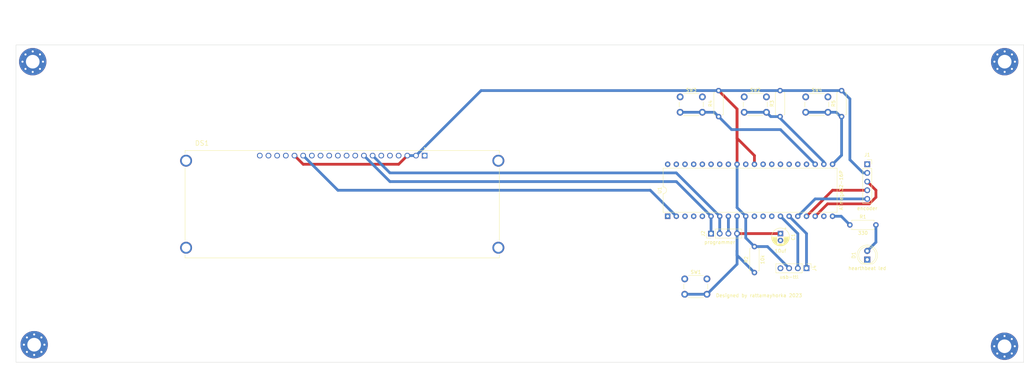
<source format=kicad_pcb>
(kicad_pcb (version 20221018) (generator pcbnew)
  (layers (0 "F.Cu" signal) (31 "B.Cu" signal) (34 "B.Paste" user) (35 "F.Paste" user) (36 "B.SilkS" user "B.Silkscreen") (37 "F.SilkS" user "F.Silkscreen") (38 "B.Mask" user) (39 "F.Mask" user) (44 "Edge.Cuts" user))
  (net 0 "")
  (net 2 "GND")
  (net 3 "Net-(D1-A)")
  (net 4 "+5V")
  (net 5 "Net-(J1-Pin_3)")
  (net 6 "Net-(J1-Pin_4)")
  (net 7 "Net-(J1-Pin_5)")
  (net 8 "Net-(J2-Pin_3)")
  (net 9 "Net-(J2-Pin_4)")
  (net 10 "Net-(J4-Pin_1)")
  (net 11 "Net-(J4-Pin_2)")
  (net 12 "Net-(U1-PD6)")
  (net 18 "Net-(U1-PC0)")
  (net 20 "Net-(U1-PC1)")
  (net 21 "Net-(U1-PD7)")
  (net 36 "Net-(DS1-DB0)")
  (net 37 "Net-(DS1-DB1)")
  (net 38 "Net-(DS1-~{CS})")
  (footprint "LED_THT:LED_D5.0mm" (layer "F.Cu") (at 264.16 121.92 90)
    (fp_text reference "D1" (at 1.27 -3.96 90) (layer "F.SilkS"))
    (fp_text value "hearthbeat led" (at -2.54 0 180) (layer "F.SilkS"))
    (fp_line (start -1.29 -1.545) (end -1.29 1.545) (stroke (width 0.12)) (layer "F.SilkS"))
    (fp_arc (start -1.29 -1.54483) (mid 2.072002 -2.880433) (end 4.26 0.000462) (stroke (width 0.12)) (layer "F.SilkS"))
    (fp_arc (start 4.26 -0.000462) (mid 2.072002 2.880433) (end -1.29 1.54483) (stroke (width 0.12)) (layer "F.SilkS"))
    (fp_circle (center 1.27 0) (end 3.77 0) (stroke (width 0.12)) (fill none) (layer "F.SilkS"))
    (pad "1" thru_hole rect (at 0 0 90) (size 1.8 1.8) (drill 0.9) (layers "*.Cu" "*.Mask") (net 2 "GND"))
    (pad "2" thru_hole circle (at 2.54 0 90) (size 1.8 1.8) (drill 0.9) (layers "*.Cu" "*.Mask") (net 3 "Net-(D1-A)"))
  )
  (footprint "Resistor_THT:R_Axial_DIN0207_L6.3mm_D2.5mm_P7.62mm_Horizontal" (layer "F.Cu") (at 256.65 80.01 90)
    (fp_text reference "R5" (at 3.81 -2.37 90) (layer "F.SilkS"))
    (fp_text value "330")
    (fp_line (start 0.54 -1.37) (end 7.08 -1.37) (stroke (width 0.12)) (layer "F.SilkS"))
    (fp_line (start 0.54 -1.04) (end 0.54 -1.37) (stroke (width 0.12)) (layer "F.SilkS"))
    (fp_line (start 0.54 1.04) (end 0.54 1.37) (stroke (width 0.12)) (layer "F.SilkS"))
    (fp_line (start 0.54 1.37) (end 7.08 1.37) (stroke (width 0.12)) (layer "F.SilkS"))
    (fp_line (start 7.08 -1.37) (end 7.08 -1.04) (stroke (width 0.12)) (layer "F.SilkS"))
    (fp_line (start 7.08 1.37) (end 7.08 1.04) (stroke (width 0.12)) (layer "F.SilkS"))
    (pad "1" thru_hole circle (at 0 0 90) (size 1.6 1.6) (drill 0.8) (layers "*.Cu" "*.Mask") (net 21 "Net-(U1-PD7)"))
    (pad "2" thru_hole oval (at 7.62 0 90) (size 1.6 1.6) (drill 0.8) (layers "*.Cu" "*.Mask") (net 4 "+5V"))
  )
  (footprint "MountingHole:MountingHole_4mm_Pad_Via" (layer "F.Cu") (at 19.90132 63.91868)
    (fp_text reference "REF**" hide)
    (fp_text value "MountingHole_4mm_Pad_Via")
    (pad "1" thru_hole circle (at -3 0) (size 0.9 0.9) (drill 0.6) (layers "*.Cu" "*.Mask"))
    (pad "1" thru_hole circle (at -2.12132 -2.12132) (size 0.9 0.9) (drill 0.6) (layers "*.Cu" "*.Mask"))
    (pad "1" thru_hole circle (at -2.12132 2.12132) (size 0.9 0.9) (drill 0.6) (layers "*.Cu" "*.Mask"))
    (pad "1" thru_hole circle (at 0 -3) (size 0.9 0.9) (drill 0.6) (layers "*.Cu" "*.Mask"))
    (pad "1" thru_hole circle (at 0 0) (size 8 8) (drill 4) (layers "*.Cu" "*.Mask"))
    (pad "1" thru_hole circle (at 0 3) (size 0.9 0.9) (drill 0.6) (layers "*.Cu" "*.Mask"))
    (pad "1" thru_hole circle (at 2.12132 -2.12132) (size 0.9 0.9) (drill 0.6) (layers "*.Cu" "*.Mask"))
    (pad "1" thru_hole circle (at 2.12132 2.12132) (size 0.9 0.9) (drill 0.6) (layers "*.Cu" "*.Mask"))
    (pad "1" thru_hole circle (at 3 0) (size 0.9 0.9) (drill 0.6) (layers "*.Cu" "*.Mask"))
  )
  (footprint "Button_Switch_THT:SW_PUSH_6mm" (layer "F.Cu") (at 228.15 74.24)
    (fp_text reference "SW2" (at 3.25 -2) (layer "F.SilkS"))
    (fp_text value "play/pause")
    (fp_line (start -0.25 1.5) (end -0.25 3) (stroke (width 0.12)) (layer "F.SilkS"))
    (fp_line (start 1 5.5) (end 5.5 5.5) (stroke (width 0.12)) (layer "F.SilkS"))
    (fp_line (start 5.5 -1) (end 1 -1) (stroke (width 0.12)) (layer "F.SilkS"))
    (fp_line (start 6.75 3) (end 6.75 1.5) (stroke (width 0.12)) (layer "F.SilkS"))
    (pad "1" thru_hole circle (at 0 0 90) (size 2 2) (drill 1.1) (layers "*.Cu" "*.Mask") (net 2 "GND"))
    (pad "1" thru_hole circle (at 6.5 0 90) (size 2 2) (drill 1.1) (layers "*.Cu" "*.Mask") (net 2 "GND"))
    (pad "2" thru_hole circle (at 0 4.5 90) (size 2 2) (drill 1.1) (layers "*.Cu" "*.Mask") (net 18 "Net-(U1-PC0)"))
    (pad "2" thru_hole circle (at 6.5 4.5 90) (size 2 2) (drill 1.1) (layers "*.Cu" "*.Mask") (net 18 "Net-(U1-PC0)"))
  )
  (footprint "Resistor_THT:R_Axial_DIN0207_L6.3mm_D2.5mm_P7.62mm_Horizontal" (layer "F.Cu") (at 259.08 111.76)
    (fp_text reference "R1" (at 3.81 -2.37) (layer "F.SilkS"))
    (fp_text value "330" (at 3.81 2.37) (layer "F.SilkS"))
    (fp_line (start 0.54 -1.37) (end 7.08 -1.37) (stroke (width 0.12)) (layer "F.SilkS"))
    (fp_line (start 0.54 -1.04) (end 0.54 -1.37) (stroke (width 0.12)) (layer "F.SilkS"))
    (fp_line (start 0.54 1.04) (end 0.54 1.37) (stroke (width 0.12)) (layer "F.SilkS"))
    (fp_line (start 0.54 1.37) (end 7.08 1.37) (stroke (width 0.12)) (layer "F.SilkS"))
    (fp_line (start 7.08 -1.37) (end 7.08 -1.04) (stroke (width 0.12)) (layer "F.SilkS"))
    (fp_line (start 7.08 1.37) (end 7.08 1.04) (stroke (width 0.12)) (layer "F.SilkS"))
    (pad "1" thru_hole circle (at 0 0) (size 1.6 1.6) (drill 0.8) (layers "*.Cu" "*.Mask") (net 12 "Net-(U1-PD6)"))
    (pad "2" thru_hole oval (at 7.62 0) (size 1.6 1.6) (drill 0.8) (layers "*.Cu" "*.Mask") (net 3 "Net-(D1-A)"))
  )
  (footprint "MountingHole:MountingHole_4mm_Pad_Via" (layer "F.Cu") (at 20.32 146.86)
    (fp_text reference "REF**" hide)
    (fp_text value "MountingHole_4mm_Pad_Via")
    (pad "1" thru_hole circle (at -3 0) (size 0.9 0.9) (drill 0.6) (layers "*.Cu" "*.Mask"))
    (pad "1" thru_hole circle (at -2.12132 -2.12132) (size 0.9 0.9) (drill 0.6) (layers "*.Cu" "*.Mask"))
    (pad "1" thru_hole circle (at -2.12132 2.12132) (size 0.9 0.9) (drill 0.6) (layers "*.Cu" "*.Mask"))
    (pad "1" thru_hole circle (at 0 -3) (size 0.9 0.9) (drill 0.6) (layers "*.Cu" "*.Mask"))
    (pad "1" thru_hole circle (at 0 0) (size 8 8) (drill 4) (layers "*.Cu" "*.Mask"))
    (pad "1" thru_hole circle (at 0 3) (size 0.9 0.9) (drill 0.6) (layers "*.Cu" "*.Mask"))
    (pad "1" thru_hole circle (at 2.12132 -2.12132) (size 0.9 0.9) (drill 0.6) (layers "*.Cu" "*.Mask"))
    (pad "1" thru_hole circle (at 2.12132 2.12132) (size 0.9 0.9) (drill 0.6) (layers "*.Cu" "*.Mask"))
    (pad "1" thru_hole circle (at 3 0) (size 0.9 0.9) (drill 0.6) (layers "*.Cu" "*.Mask"))
  )
  (footprint "Resistor_THT:R_Axial_DIN0207_L6.3mm_D2.5mm_P7.62mm_Horizontal" (layer "F.Cu") (at 220.65 80.01 90)
    (fp_text reference "R4" (at 3.81 -2.37 90) (layer "F.SilkS"))
    (fp_text value "330")
    (fp_line (start 0.54 -1.37) (end 7.08 -1.37) (stroke (width 0.12)) (layer "F.SilkS"))
    (fp_line (start 0.54 -1.04) (end 0.54 -1.37) (stroke (width 0.12)) (layer "F.SilkS"))
    (fp_line (start 0.54 1.04) (end 0.54 1.37) (stroke (width 0.12)) (layer "F.SilkS"))
    (fp_line (start 0.54 1.37) (end 7.08 1.37) (stroke (width 0.12)) (layer "F.SilkS"))
    (fp_line (start 7.08 -1.37) (end 7.08 -1.04) (stroke (width 0.12)) (layer "F.SilkS"))
    (fp_line (start 7.08 1.37) (end 7.08 1.04) (stroke (width 0.12)) (layer "F.SilkS"))
    (pad "1" thru_hole circle (at 0 0 90) (size 1.6 1.6) (drill 0.8) (layers "*.Cu" "*.Mask") (net 20 "Net-(U1-PC1)"))
    (pad "2" thru_hole oval (at 7.62 0 90) (size 1.6 1.6) (drill 0.8) (layers "*.Cu" "*.Mask") (net 4 "+5V"))
  )
  (footprint "Resistor_THT:R_Axial_DIN0207_L6.3mm_D2.5mm_P7.62mm_Horizontal" (layer "F.Cu") (at 238.65 80.01 90)
    (fp_text reference "R3" (at 3.81 -2.37 90) (layer "F.SilkS"))
    (fp_text value "330")
    (fp_line (start 0.54 -1.37) (end 7.08 -1.37) (stroke (width 0.12)) (layer "F.SilkS"))
    (fp_line (start 0.54 -1.04) (end 0.54 -1.37) (stroke (width 0.12)) (layer "F.SilkS"))
    (fp_line (start 0.54 1.04) (end 0.54 1.37) (stroke (width 0.12)) (layer "F.SilkS"))
    (fp_line (start 0.54 1.37) (end 7.08 1.37) (stroke (width 0.12)) (layer "F.SilkS"))
    (fp_line (start 7.08 -1.37) (end 7.08 -1.04) (stroke (width 0.12)) (layer "F.SilkS"))
    (fp_line (start 7.08 1.37) (end 7.08 1.04) (stroke (width 0.12)) (layer "F.SilkS"))
    (pad "1" thru_hole circle (at 0 0 90) (size 1.6 1.6) (drill 0.8) (layers "*.Cu" "*.Mask") (net 18 "Net-(U1-PC0)"))
    (pad "2" thru_hole oval (at 7.62 0 90) (size 1.6 1.6) (drill 0.8) (layers "*.Cu" "*.Mask") (net 4 "+5V"))
  )
  (footprint "Library:NHD-0420CW-AG3" (layer "F.Cu") (at 110.49 105.69)
    (fp_text reference "DS1" (at -41.055 -17.889) (layer "F.SilkS") (effects (font (size 1.4 1.4))))
    (fp_text value "NHD-0420CW-AG3")
    (fp_line (start -46 -15.75) (end 46 -15.75) (stroke (width 0.127)) (layer "F.SilkS"))
    (fp_line (start -46 -14.85) (end -46 -15.75) (stroke (width 0.127)) (layer "F.SilkS"))
    (fp_line (start -46 10.65) (end -46 -10.65) (stroke (width 0.127)) (layer "F.SilkS"))
    (fp_line (start -46 15.75) (end -46 14.85) (stroke (width 0.127)) (layer "F.SilkS"))
    (fp_line (start 46 -15.75) (end 46 -14.85) (stroke (width 0.127)) (layer "F.SilkS"))
    (fp_line (start 46 -10.65) (end 46 10.65) (stroke (width 0.127)) (layer "F.SilkS"))
    (fp_line (start 46 14.85) (end 46 15.75) (stroke (width 0.127)) (layer "F.SilkS"))
    (fp_line (start 46 15.75) (end -46 15.75) (stroke (width 0.127)) (layer "F.SilkS"))
    (fp_circle (center 24.13 -16.5) (end 24.23 -16.5) (stroke (width 0.2)) (fill none) (layer "F.SilkS"))
    (pad "1" thru_hole rect (at 24.13 -14.25) (size 1.65 1.65) (drill 1.1) (layers "*.Cu" "*.Mask") (net 2 "GND"))
    (pad "2" thru_hole circle (at 21.59 -14.25) (size 1.65 1.65) (drill 1.1) (layers "*.Cu" "*.Mask") (net 4 "+5V"))
    (pad "3" thru_hole circle (at 19.05 -14.25) (size 1.65 1.65) (drill 1.1) (layers "*.Cu" "*.Mask") (net 4 "+5V"))
    (pad "4" thru_hole circle (at 16.51 -14.25) (size 1.65 1.65) (drill 1.1) (layers "*.Cu" "*.Mask") (net 2 "GND"))
    (pad "5" thru_hole circle (at 13.97 -14.25) (size 1.65 1.65) (drill 1.1) (layers "*.Cu" "*.Mask") (net 2 "GND"))
    (pad "6" thru_hole circle (at 11.43 -14.25) (size 1.65 1.65) (drill 1.1) (layers "*.Cu" "*.Mask") (net 2 "GND"))
    (pad "7" thru_hole circle (at 8.89 -14.25) (size 1.65 1.65) (drill 1.1) (layers "*.Cu" "*.Mask") (net 36 "Net-(DS1-DB0)"))
    (pad "8" thru_hole circle (at 6.35 -14.25) (size 1.65 1.65) (drill 1.1) (layers "*.Cu" "*.Mask") (net 37 "Net-(DS1-DB1)"))
    (pad "9" thru_hole circle (at 3.81 -14.25) (size 1.65 1.65) (drill 1.1) (layers "*.Cu" "*.Mask") (net 2 "GND"))
    (pad "10" thru_hole circle (at 1.27 -14.25) (size 1.65 1.65) (drill 1.1) (layers "*.Cu" "*.Mask") (net 2 "GND"))
    (pad "11" thru_hole circle (at -1.27 -14.25) (size 1.65 1.65) (drill 1.1) (layers "*.Cu" "*.Mask") (net 2 "GND"))
    (pad "12" thru_hole circle (at -3.81 -14.25) (size 1.65 1.65) (drill 1.1) (layers "*.Cu" "*.Mask") (net 2 "GND"))
    (pad "13" thru_hole circle (at -6.35 -14.25) (size 1.65 1.65) (drill 1.1) (layers "*.Cu" "*.Mask") (net 2 "GND"))
    (pad "14" thru_hole circle (at -8.89 -14.25) (size 1.65 1.65) (drill 1.1) (layers "*.Cu" "*.Mask") (net 2 "GND"))
    (pad "15" thru_hole circle (at -11.43 -14.25) (size 1.65 1.65) (drill 1.1) (layers "*.Cu" "*.Mask") (net 38 "Net-(DS1-~{CS})"))
    (pad "16" thru_hole circle (at -13.97 -14.25) (size 1.65 1.65) (drill 1.1) (layers "*.Cu" "*.Mask") (net 4 "+5V"))
    (pad "17" thru_hole circle (at -16.51 -14.25) (size 1.65 1.65) (drill 1.1) (layers "*.Cu" "*.Mask") (net 2 "GND"))
    (pad "18" thru_hole circle (at -19.05 -14.25) (size 1.65 1.65) (drill 1.1) (layers "*.Cu" "*.Mask") (net 2 "GND"))
    (pad "19" thru_hole circle (at -21.59 -14.25) (size 1.65 1.65) (drill 1.1) (layers "*.Cu" "*.Mask") (net 2 "GND"))
    (pad "20" thru_hole circle (at -24.13 -14.25) (size 1.65 1.65) (drill 1.1) (layers "*.Cu" "*.Mask") (net 2 "GND"))
    (pad "P1" thru_hole circle (at -45.7 -12.75) (size 3.5 3.5) (drill 2.5) (layers "*.Cu" "*.Mask"))
    (pad "P2" thru_hole circle (at -45.7 12.75) (size 3.5 3.5) (drill 2.5) (layers "*.Cu" "*.Mask"))
    (pad "P3" thru_hole circle (at 45.7 -12.75) (size 3.5 3.5) (drill 2.5) (layers "*.Cu" "*.Mask"))
    (pad "P4" thru_hole circle (at 45.7 12.75) (size 3.5 3.5) (drill 2.5) (layers "*.Cu" "*.Mask"))
  )
  (footprint "MountingHole:MountingHole_4mm_Pad_Via" (layer "F.Cu") (at 304.38132 63.91868)
    (fp_text reference "REF**" hide)
    (fp_text value "MountingHole_4mm_Pad_Via")
    (pad "1" thru_hole circle (at -3 0) (size 0.9 0.9) (drill 0.6) (layers "*.Cu" "*.Mask"))
    (pad "1" thru_hole circle (at -2.12132 -2.12132) (size 0.9 0.9) (drill 0.6) (layers "*.Cu" "*.Mask"))
    (pad "1" thru_hole circle (at -2.12132 2.12132) (size 0.9 0.9) (drill 0.6) (layers "*.Cu" "*.Mask"))
    (pad "1" thru_hole circle (at 0 -3) (size 0.9 0.9) (drill 0.6) (layers "*.Cu" "*.Mask"))
    (pad "1" thru_hole circle (at 0 0) (size 8 8) (drill 4) (layers "*.Cu" "*.Mask"))
    (pad "1" thru_hole circle (at 0 3) (size 0.9 0.9) (drill 0.6) (layers "*.Cu" "*.Mask"))
    (pad "1" thru_hole circle (at 2.12132 -2.12132) (size 0.9 0.9) (drill 0.6) (layers "*.Cu" "*.Mask"))
    (pad "1" thru_hole circle (at 2.12132 2.12132) (size 0.9 0.9) (drill 0.6) (layers "*.Cu" "*.Mask"))
    (pad "1" thru_hole circle (at 3 0) (size 0.9 0.9) (drill 0.6) (layers "*.Cu" "*.Mask"))
  )
  (footprint "Connector_PinHeader_2.54mm:PinHeader_1x04_P2.54mm_Vertical" (layer "F.Cu") (at 246.38 124.46 -90)
    (fp_text reference "J4" (at 0 -2.33 -270) (layer "F.SilkS"))
    (fp_text value "usb-ttl" (at 2.54 5.08) (layer "F.SilkS"))
    (fp_line (start -1.33 -1.33) (end 0 -1.33) (stroke (width 0.12)) (layer "F.SilkS"))
    (fp_line (start -1.33 0) (end -1.33 -1.33) (stroke (width 0.12)) (layer "F.SilkS"))
    (fp_line (start -1.33 1.27) (end -1.33 8.95) (stroke (width 0.12)) (layer "F.SilkS"))
    (fp_line (start -1.33 1.27) (end 1.33 1.27) (stroke (width 0.12)) (layer "F.SilkS"))
    (fp_line (start -1.33 8.95) (end 1.33 8.95) (stroke (width 0.12)) (layer "F.SilkS"))
    (fp_line (start 1.33 1.27) (end 1.33 8.95) (stroke (width 0.12)) (layer "F.SilkS"))
    (pad "1" thru_hole rect (at 0 0 270) (size 1.7 1.7) (drill 1) (layers "*.Cu" "*.Mask") (net 10 "Net-(J4-Pin_1)"))
    (pad "2" thru_hole oval (at 0 2.54 270) (size 1.7 1.7) (drill 1) (layers "*.Cu" "*.Mask") (net 11 "Net-(J4-Pin_2)"))
    (pad "3" thru_hole oval (at 0 5.08 270) (size 1.7 1.7) (drill 1) (layers "*.Cu" "*.Mask") (net 4 "+5V"))
    (pad "4" thru_hole oval (at 0 7.62 270) (size 1.7 1.7) (drill 1) (layers "*.Cu" "*.Mask") (net 2 "GND"))
  )
  (footprint "Package_DIP:DIP-40_W15.24mm" (layer "F.Cu") (at 205.74 109.22 90)
    (fp_text reference "U1" (at 7.62 -2.33 90) (layer "F.SilkS"))
    (fp_text value "ATmega32-16P" (at 7.62 50.8 90) (layer "F.SilkS"))
    (fp_line (start 1.16 -1.33) (end 1.16 49.59) (stroke (width 0.12)) (layer "F.SilkS"))
    (fp_line (start 1.16 49.59) (end 14.08 49.59) (stroke (width 0.12)) (layer "F.SilkS"))
    (fp_line (start 6.62 -1.33) (end 1.16 -1.33) (stroke (width 0.12)) (layer "F.SilkS"))
    (fp_line (start 14.08 -1.33) (end 8.62 -1.33) (stroke (width 0.12)) (layer "F.SilkS"))
    (fp_line (start 14.08 49.59) (end 14.08 -1.33) (stroke (width 0.12)) (layer "F.SilkS"))
    (fp_arc (start 8.62 -1.33) (mid 7.62 -0.33) (end 6.62 -1.33) (stroke (width 0.12)) (layer "F.SilkS"))
    (pad "1" thru_hole rect (at 0 0 90) (size 1.6 1.6) (drill 0.8) (layers "*.Cu" "*.Mask"))
    (pad "2" thru_hole oval (at 0 2.54 90) (size 1.6 1.6) (drill 0.8) (layers "*.Cu" "*.Mask") (net 38 "Net-(DS1-~{CS})"))
    (pad "3" thru_hole oval (at 0 5.08 90) (size 1.6 1.6) (drill 0.8) (layers "*.Cu" "*.Mask"))
    (pad "4" thru_hole oval (at 0 7.62 90) (size 1.6 1.6) (drill 0.8) (layers "*.Cu" "*.Mask"))
    (pad "5" thru_hole oval (at 0 10.16 90) (size 1.6 1.6) (drill 0.8) (layers "*.Cu" "*.Mask"))
    (pad "6" thru_hole oval (at 0 12.7 90) (size 1.6 1.6) (drill 0.8) (layers "*.Cu" "*.Mask") (net 37 "Net-(DS1-DB1)"))
    (pad "7" thru_hole oval (at 0 15.24 90) (size 1.6 1.6) (drill 0.8) (layers "*.Cu" "*.Mask") (net 36 "Net-(DS1-DB0)"))
    (pad "8" thru_hole oval (at 0 17.78 90) (size 1.6 1.6) (drill 0.8) (layers "*.Cu" "*.Mask") (net 8 "Net-(J2-Pin_3)"))
    (pad "9" thru_hole oval (at 0 20.32 90) (size 1.6 1.6) (drill 0.8) (layers "*.Cu" "*.Mask") (net 9 "Net-(J2-Pin_4)"))
    (pad "10" thru_hole oval (at 0 22.86 90) (size 1.6 1.6) (drill 0.8) (layers "*.Cu" "*.Mask") (net 4 "+5V"))
    (pad "11" thru_hole oval (at 0 25.4 90) (size 1.6 1.6) (drill 0.8) (layers "*.Cu" "*.Mask") (net 2 "GND"))
    (pad "12" thru_hole oval (at 0 27.94 90) (size 1.6 1.6) (drill 0.8) (layers "*.Cu" "*.Mask"))
    (pad "13" thru_hole oval (at 0 30.48 90) (size 1.6 1.6) (drill 0.8) (layers "*.Cu" "*.Mask"))
    (pad "14" thru_hole oval (at 0 33.02 90) (size 1.6 1.6) (drill 0.8) (layers "*.Cu" "*.Mask") (net 11 "Net-(J4-Pin_2)"))
    (pad "15" thru_hole oval (at 0 35.56 90) (size 1.6 1.6) (drill 0.8) (layers "*.Cu" "*.Mask") (net 10 "Net-(J4-Pin_1)"))
    (pad "16" thru_hole oval (at 0 38.1 90) (size 1.6 1.6) (drill 0.8) (layers "*.Cu" "*.Mask") (net 7 "Net-(J1-Pin_5)"))
    (pad "17" thru_hole oval (at 0 40.64 90) (size 1.6 1.6) (drill 0.8) (layers "*.Cu" "*.Mask") (net 6 "Net-(J1-Pin_4)"))
    (pad "18" thru_hole oval (at 0 43.18 90) (size 1.6 1.6) (drill 0.8) (layers "*.Cu" "*.Mask") (net 5 "Net-(J1-Pin_3)"))
    (pad "19" thru_hole oval (at 0 45.72 90) (size 1.6 1.6) (drill 0.8) (layers "*.Cu" "*.Mask"))
    (pad "20" thru_hole oval (at 0 48.26 90) (size 1.6 1.6) (drill 0.8) (layers "*.Cu" "*.Mask") (net 12 "Net-(U1-PD6)"))
    (pad "21" thru_hole oval (at 15.24 48.26 90) (size 1.6 1.6) (drill 0.8) (layers "*.Cu" "*.Mask") (net 21 "Net-(U1-PD7)"))
    (pad "22" thru_hole oval (at 15.24 45.72 90) (size 1.6 1.6) (drill 0.8) (layers "*.Cu" "*.Mask") (net 18 "Net-(U1-PC0)"))
    (pad "23" thru_hole oval (at 15.24 43.18 90) (size 1.6 1.6) (drill 0.8) (layers "*.Cu" "*.Mask") (net 20 "Net-(U1-PC1)"))
    (pad "24" thru_hole oval (at 15.24 40.64 90) (size 1.6 1.6) (drill 0.8) (layers "*.Cu" "*.Mask"))
    (pad "25" thru_hole oval (at 15.24 38.1 90) (size 1.6 1.6) (drill 0.8) (layers "*.Cu" "*.Mask"))
    (pad "26" thru_hole oval (at 15.24 35.56 90) (size 1.6 1.6) (drill 0.8) (layers "*.Cu" "*.Mask"))
    (pad "27" thru_hole oval (at 15.24 33.02 90) (size 1.6 1.6) (drill 0.8) (layers "*.Cu" "*.Mask"))
    (pad "28" thru_hole oval (at 15.24 30.48 90) (size 1.6 1.6) (drill 0.8) (layers "*.Cu" "*.Mask"))
    (pad "29" thru_hole oval (at 15.24 27.94 90) (size 1.6 1.6) (drill 0.8) (layers "*.Cu" "*.Mask"))
    (pad "30" thru_hole oval (at 15.24 25.4 90) (size 1.6 1.6) (drill 0.8) (layers "*.Cu" "*.Mask") (net 4 "+5V"))
    (pad "31" thru_hole oval (at 15.24 22.86 90) (size 1.6 1.6) (drill 0.8) (layers "*.Cu" "*.Mask") (net 2 "GND"))
    (pad "32" thru_hole oval (at 15.24 20.32 90) (size 1.6 1.6) (drill 0.8) (layers "*.Cu" "*.Mask") (net 4 "+5V"))
    (pad "33" thru_hole oval (at 15.24 17.78 90) (size 1.6 1.6) (drill 0.8) (layers "*.Cu" "*.Mask"))
    (pad "34" thru_hole oval (at 15.24 15.24 90) (size 1.6 1.6) (drill 0.8) (layers "*.Cu" "*.Mask"))
    (pad "35" thru_hole oval (at 15.24 12.7 90) (size 1.6 1.6) (drill 0.8) (layers "*.Cu" "*.Mask"))
    (pad "36" thru_hole oval (at 15.24 10.16 90) (size 1.6 1.6) (drill 0.8) (layers "*.Cu" "*.Mask"))
    (pad "37" thru_hole oval (at 15.24 7.62 90) (size 1.6 1.6) (drill 0.8) (layers "*.Cu" "*.Mask"))
    (pad "38" thru_hole oval (at 15.24 5.08 90) (size 1.6 1.6) (drill 0.8) (layers "*.Cu" "*.Mask"))
    (pad "39" thru_hole oval (at 15.24 2.54 90) (size 1.6 1.6) (drill 0.8) (layers "*.Cu" "*.Mask"))
    (pad "40" thru_hole oval (at 15.24 0 90) (size 1.6 1.6) (drill 0.8) (layers "*.Cu" "*.Mask"))
  )
  (footprint "MountingHole:MountingHole_4mm_Pad_Via" (layer "F.Cu") (at 304.34 147.32)
    (fp_text reference "REF**" hide)
    (fp_text value "MountingHole_4mm_Pad_Via")
    (pad "1" thru_hole circle (at -3 0) (size 0.9 0.9) (drill 0.6) (layers "*.Cu" "*.Mask"))
    (pad "1" thru_hole circle (at -2.12132 -2.12132) (size 0.9 0.9) (drill 0.6) (layers "*.Cu" "*.Mask"))
    (pad "1" thru_hole circle (at -2.12132 2.12132) (size 0.9 0.9) (drill 0.6) (layers "*.Cu" "*.Mask"))
    (pad "1" thru_hole circle (at 0 -3) (size 0.9 0.9) (drill 0.6) (layers "*.Cu" "*.Mask"))
    (pad "1" thru_hole circle (at 0 0) (size 8 8) (drill 4) (layers "*.Cu" "*.Mask"))
    (pad "1" thru_hole circle (at 0 3) (size 0.9 0.9) (drill 0.6) (layers "*.Cu" "*.Mask"))
    (pad "1" thru_hole circle (at 2.12132 -2.12132) (size 0.9 0.9) (drill 0.6) (layers "*.Cu" "*.Mask"))
    (pad "1" thru_hole circle (at 2.12132 2.12132) (size 0.9 0.9) (drill 0.6) (layers "*.Cu" "*.Mask"))
    (pad "1" thru_hole circle (at 3 0) (size 0.9 0.9) (drill 0.6) (layers "*.Cu" "*.Mask"))
  )
  (footprint "Connector_PinHeader_2.54mm:PinHeader_1x04_P2.54mm_Vertical" (layer "F.Cu") (at 218.44 114.3 90)
    (fp_text reference "J2" (at 0 -2.33 90) (layer "F.SilkS"))
    (fp_text value "programmer" (at -2.54 2.54 180) (layer "F.SilkS"))
    (fp_line (start -1.33 -1.33) (end 0 -1.33) (stroke (width 0.12)) (layer "F.SilkS"))
    (fp_line (start -1.33 0) (end -1.33 -1.33) (stroke (width 0.12)) (layer "F.SilkS"))
    (fp_line (start -1.33 1.27) (end -1.33 8.95) (stroke (width 0.12)) (layer "F.SilkS"))
    (fp_line (start -1.33 1.27) (end 1.33 1.27) (stroke (width 0.12)) (layer "F.SilkS"))
    (fp_line (start -1.33 8.95) (end 1.33 8.95) (stroke (width 0.12)) (layer "F.SilkS"))
    (fp_line (start 1.33 1.27) (end 1.33 8.95) (stroke (width 0.12)) (layer "F.SilkS"))
    (pad "1" thru_hole rect (at 0 0 90) (size 1.7 1.7) (drill 1) (layers "*.Cu" "*.Mask") (net 37 "Net-(DS1-DB1)"))
    (pad "2" thru_hole oval (at 0 2.54 90) (size 1.7 1.7) (drill 1) (layers "*.Cu" "*.Mask") (net 36 "Net-(DS1-DB0)"))
    (pad "3" thru_hole oval (at 0 5.08 90) (size 1.7 1.7) (drill 1) (layers "*.Cu" "*.Mask") (net 8 "Net-(J2-Pin_3)"))
    (pad "4" thru_hole oval (at 0 7.62 90) (size 1.7 1.7) (drill 1) (layers "*.Cu" "*.Mask") (net 9 "Net-(J2-Pin_4)"))
  )
  (footprint "Button_Switch_THT:SW_PUSH_6mm" (layer "F.Cu") (at 210.74 127.58)
    (fp_text reference "SW1" (at 3.25 -2) (layer "F.SilkS"))
    (fp_text value "reset")
    (fp_line (start -0.25 1.5) (end -0.25 3) (stroke (width 0.12)) (layer "F.SilkS"))
    (fp_line (start 1 5.5) (end 5.5 5.5) (stroke (width 0.12)) (layer "F.SilkS"))
    (fp_line (start 5.5 -1) (end 1 -1) (stroke (width 0.12)) (layer "F.SilkS"))
    (fp_line (start 6.75 3) (end 6.75 1.5) (stroke (width 0.12)) (layer "F.SilkS"))
    (pad "1" thru_hole circle (at 0 0 90) (size 2 2) (drill 1.1) (layers "*.Cu" "*.Mask") (net 2 "GND"))
    (pad "1" thru_hole circle (at 6.5 0 90) (size 2 2) (drill 1.1) (layers "*.Cu" "*.Mask") (net 2 "GND"))
    (pad "2" thru_hole circle (at 0 4.5 90) (size 2 2) (drill 1.1) (layers "*.Cu" "*.Mask") (net 9 "Net-(J2-Pin_4)"))
    (pad "2" thru_hole circle (at 6.5 4.5 90) (size 2 2) (drill 1.1) (layers "*.Cu" "*.Mask") (net 9 "Net-(J2-Pin_4)"))
  )
  (footprint "Capacitor_THT:CP_Radial_D5.0mm_P2.00mm" (layer "F.Cu") (at 238.76 114.3 -90)
    (fp_text reference "C1" (at 1 -3.75 -270) (layer "F.SilkS"))
    (fp_text value "10uf" (at 5.08 0) (layer "F.SilkS"))
    (fp_line (start -1.804775 -1.475) (end -1.304775 -1.475) (stroke (width 0.12)) (layer "F.SilkS"))
    (fp_line (start -1.554775 -1.725) (end -1.554775 -1.225) (stroke (width 0.12)) (layer "F.SilkS"))
    (fp_line (start 1 -2.58) (end 1 -1.04) (stroke (width 0.12)) (layer "F.SilkS"))
    (fp_line (start 1 1.04) (end 1 2.58) (stroke (width 0.12)) (layer "F.SilkS"))
    (fp_line (start 1.04 -2.58) (end 1.04 -1.04) (stroke (width 0.12)) (layer "F.SilkS"))
    (fp_line (start 1.04 1.04) (end 1.04 2.58) (stroke (width 0.12)) (layer "F.SilkS"))
    (fp_line (start 1.08 -2.579) (end 1.08 -1.04) (stroke (width 0.12)) (layer "F.SilkS"))
    (fp_line (start 1.08 1.04) (end 1.08 2.579) (stroke (width 0.12)) (layer "F.SilkS"))
    (fp_line (start 1.12 -2.578) (end 1.12 -1.04) (stroke (width 0.12)) (layer "F.SilkS"))
    (fp_line (start 1.12 1.04) (end 1.12 2.578) (stroke (width 0.12)) (layer "F.SilkS"))
    (fp_line (start 1.16 -2.576) (end 1.16 -1.04) (stroke (width 0.12)) (layer "F.SilkS"))
    (fp_line (start 1.16 1.04) (end 1.16 2.576) (stroke (width 0.12)) (layer "F.SilkS"))
    (fp_line (start 1.2 -2.573) (end 1.2 -1.04) (stroke (width 0.12)) (layer "F.SilkS"))
    (fp_line (start 1.2 1.04) (end 1.2 2.573) (stroke (width 0.12)) (layer "F.SilkS"))
    (fp_line (start 1.24 -2.569) (end 1.24 -1.04) (stroke (width 0.12)) (layer "F.SilkS"))
    (fp_line (start 1.24 1.04) (end 1.24 2.569) (stroke (width 0.12)) (layer "F.SilkS"))
    (fp_line (start 1.28 -2.565) (end 1.28 -1.04) (stroke (width 0.12)) (layer "F.SilkS"))
    (fp_line (start 1.28 1.04) (end 1.28 2.565) (stroke (width 0.12)) (layer "F.SilkS"))
    (fp_line (start 1.32 -2.561) (end 1.32 -1.04) (stroke (width 0.12)) (layer "F.SilkS"))
    (fp_line (start 1.32 1.04) (end 1.32 2.561) (stroke (width 0.12)) (layer "F.SilkS"))
    (fp_line (start 1.36 -2.556) (end 1.36 -1.04) (stroke (width 0.12)) (layer "F.SilkS"))
    (fp_line (start 1.36 1.04) (end 1.36 2.556) (stroke (width 0.12)) (layer "F.SilkS"))
    (fp_line (start 1.4 -2.55) (end 1.4 -1.04) (stroke (width 0.12)) (layer "F.SilkS"))
    (fp_line (start 1.4 1.04) (end 1.4 2.55) (stroke (width 0.12)) (layer "F.SilkS"))
    (fp_line (start 1.44 -2.543) (end 1.44 -1.04) (stroke (width 0.12)) (layer "F.SilkS"))
    (fp_line (start 1.44 1.04) (end 1.44 2.543) (stroke (width 0.12)) (layer "F.SilkS"))
    (fp_line (start 1.48 -2.536) (end 1.48 -1.04) (stroke (width 0.12)) (layer "F.SilkS"))
    (fp_line (start 1.48 1.04) (end 1.48 2.536) (stroke (width 0.12)) (layer "F.SilkS"))
    (fp_line (start 1.52 -2.528) (end 1.52 -1.04) (stroke (width 0.12)) (layer "F.SilkS"))
    (fp_line (start 1.52 1.04) (end 1.52 2.528) (stroke (width 0.12)) (layer "F.SilkS"))
    (fp_line (start 1.56 -2.52) (end 1.56 -1.04) (stroke (width 0.12)) (layer "F.SilkS"))
    (fp_line (start 1.56 1.04) (end 1.56 2.52) (stroke (width 0.12)) (layer "F.SilkS"))
    (fp_line (start 1.6 -2.511) (end 1.6 -1.04) (stroke (width 0.12)) (layer "F.SilkS"))
    (fp_line (start 1.6 1.04) (end 1.6 2.511) (stroke (width 0.12)) (layer "F.SilkS"))
    (fp_line (start 1.64 -2.501) (end 1.64 -1.04) (stroke (width 0.12)) (layer "F.SilkS"))
    (fp_line (start 1.64 1.04) (end 1.64 2.501) (stroke (width 0.12)) (layer "F.SilkS"))
    (fp_line (start 1.68 -2.491) (end 1.68 -1.04) (stroke (width 0.12)) (layer "F.SilkS"))
    (fp_line (start 1.68 1.04) (end 1.68 2.491) (stroke (width 0.12)) (layer "F.SilkS"))
    (fp_line (start 1.721 -2.48) (end 1.721 -1.04) (stroke (width 0.12)) (layer "F.SilkS"))
    (fp_line (start 1.721 1.04) (end 1.721 2.48) (stroke (width 0.12)) (layer "F.SilkS"))
    (fp_line (start 1.761 -2.468) (end 1.761 -1.04) (stroke (width 0.12)) (layer "F.SilkS"))
    (fp_line (start 1.761 1.04) (end 1.761 2.468) (stroke (width 0.12)) (layer "F.SilkS"))
    (fp_line (start 1.801 -2.455) (end 1.801 -1.04) (stroke (width 0.12)) (layer "F.SilkS"))
    (fp_line (start 1.801 1.04) (end 1.801 2.455) (stroke (width 0.12)) (layer "F.SilkS"))
    (fp_line (start 1.841 -2.442) (end 1.841 -1.04) (stroke (width 0.12)) (layer "F.SilkS"))
    (fp_line (start 1.841 1.04) (end 1.841 2.442) (stroke (width 0.12)) (layer "F.SilkS"))
    (fp_line (start 1.881 -2.428) (end 1.881 -1.04) (stroke (width 0.12)) (layer "F.SilkS"))
    (fp_line (start 1.881 1.04) (end 1.881 2.428) (stroke (width 0.12)) (layer "F.SilkS"))
    (fp_line (start 1.921 -2.414) (end 1.921 -1.04) (stroke (width 0.12)) (layer "F.SilkS"))
    (fp_line (start 1.921 1.04) (end 1.921 2.414) (stroke (width 0.12)) (layer "F.SilkS"))
    (fp_line (start 1.961 -2.398) (end 1.961 -1.04) (stroke (width 0.12)) (layer "F.SilkS"))
    (fp_line (start 1.961 1.04) (end 1.961 2.398) (stroke (width 0.12)) (layer "F.SilkS"))
    (fp_line (start 2.001 -2.382) (end 2.001 -1.04) (stroke (width 0.12)) (layer "F.SilkS"))
    (fp_line (start 2.001 1.04) (end 2.001 2.382) (stroke (width 0.12)) (layer "F.SilkS"))
    (fp_line (start 2.041 -2.365) (end 2.041 -1.04) (stroke (width 0.12)) (layer "F.SilkS"))
    (fp_line (start 2.041 1.04) (end 2.041 2.365) (stroke (width 0.12)) (layer "F.SilkS"))
    (fp_line (start 2.081 -2.348) (end 2.081 -1.04) (stroke (width 0.12)) (layer "F.SilkS"))
    (fp_line (start 2.081 1.04) (end 2.081 2.348) (stroke (width 0.12)) (layer "F.SilkS"))
    (fp_line (start 2.121 -2.329) (end 2.121 -1.04) (stroke (width 0.12)) (layer "F.SilkS"))
    (fp_line (start 2.121 1.04) (end 2.121 2.329) (stroke (width 0.12)) (layer "F.SilkS"))
    (fp_line (start 2.161 -2.31) (end 2.161 -1.04) (stroke (width 0.12)) (layer "F.SilkS"))
    (fp_line (start 2.161 1.04) (end 2.161 2.31) (stroke (width 0.12)) (layer "F.SilkS"))
    (fp_line (start 2.201 -2.29) (end 2.201 -1.04) (stroke (width 0.12)) (layer "F.SilkS"))
    (fp_line (start 2.201 1.04) (end 2.201 2.29) (stroke (width 0.12)) (layer "F.SilkS"))
    (fp_line (start 2.241 -2.268) (end 2.241 -1.04) (stroke (width 0.12)) (layer "F.SilkS"))
    (fp_line (start 2.241 1.04) (end 2.241 2.268) (stroke (width 0.12)) (layer "F.SilkS"))
    (fp_line (start 2.281 -2.247) (end 2.281 -1.04) (stroke (width 0.12)) (layer "F.SilkS"))
    (fp_line (start 2.281 1.04) (end 2.281 2.247) (stroke (width 0.12)) (layer "F.SilkS"))
    (fp_line (start 2.321 -2.224) (end 2.321 -1.04) (stroke (width 0.12)) (layer "F.SilkS"))
    (fp_line (start 2.321 1.04) (end 2.321 2.224) (stroke (width 0.12)) (layer "F.SilkS"))
    (fp_line (start 2.361 -2.2) (end 2.361 -1.04) (stroke (width 0.12)) (layer "F.SilkS"))
    (fp_line (start 2.361 1.04) (end 2.361 2.2) (stroke (width 0.12)) (layer "F.SilkS"))
    (fp_line (start 2.401 -2.175) (end 2.401 -1.04) (stroke (width 0.12)) (layer "F.SilkS"))
    (fp_line (start 2.401 1.04) (end 2.401 2.175) (stroke (width 0.12)) (layer "F.SilkS"))
    (fp_line (start 2.441 -2.149) (end 2.441 -1.04) (stroke (width 0.12)) (layer "F.SilkS"))
    (fp_line (start 2.441 1.04) (end 2.441 2.149) (stroke (width 0.12)) (layer "F.SilkS"))
    (fp_line (start 2.481 -2.122) (end 2.481 -1.04) (stroke (width 0.12)) (layer "F.SilkS"))
    (fp_line (start 2.481 1.04) (end 2.481 2.122) (stroke (width 0.12)) (layer "F.SilkS"))
    (fp_line (start 2.521 -2.095) (end 2.521 -1.04) (stroke (width 0.12)) (layer "F.SilkS"))
    (fp_line (start 2.521 1.04) (end 2.521 2.095) (stroke (width 0.12)) (layer "F.SilkS"))
    (fp_line (start 2.561 -2.065) (end 2.561 -1.04) (stroke (width 0.12)) (layer "F.SilkS"))
    (fp_line (start 2.561 1.04) (end 2.561 2.065) (stroke (width 0.12)) (layer "F.SilkS"))
    (fp_line (start 2.601 -2.035) (end 2.601 -1.04) (stroke (width 0.12)) (layer "F.SilkS"))
    (fp_line (start 2.601 1.04) (end 2.601 2.035) (stroke (width 0.12)) (layer "F.SilkS"))
    (fp_line (start 2.641 -2.004) (end 2.641 -1.04) (stroke (width 0.12)) (layer "F.SilkS"))
    (fp_line (start 2.641 1.04) (end 2.641 2.004) (stroke (width 0.12)) (layer "F.SilkS"))
    (fp_line (start 2.681 -1.971) (end 2.681 -1.04) (stroke (width 0.12)) (layer "F.SilkS"))
    (fp_line (start 2.681 1.04) (end 2.681 1.971) (stroke (width 0.12)) (layer "F.SilkS"))
    (fp_line (start 2.721 -1.937) (end 2.721 -1.04) (stroke (width 0.12)) (layer "F.SilkS"))
    (fp_line (start 2.721 1.04) (end 2.721 1.937) (stroke (width 0.12)) (layer "F.SilkS"))
    (fp_line (start 2.761 -1.901) (end 2.761 -1.04) (stroke (width 0.12)) (layer "F.SilkS"))
    (fp_line (start 2.761 1.04) (end 2.761 1.901) (stroke (width 0.12)) (layer "F.SilkS"))
    (fp_line (start 2.801 -1.864) (end 2.801 -1.04) (stroke (width 0.12)) (layer "F.SilkS"))
    (fp_line (start 2.801 1.04) (end 2.801 1.864) (stroke (width 0.12)) (layer "F.SilkS"))
    (fp_line (start 2.841 -1.826) (end 2.841 -1.04) (stroke (width 0.12)) (layer "F.SilkS"))
    (fp_line (start 2.841 1.04) (end 2.841 1.826) (stroke (width 0.12)) (layer "F.SilkS"))
    (fp_line (start 2.881 -1.785) (end 2.881 -1.04) (stroke (width 0.12)) (layer "F.SilkS"))
    (fp_line (start 2.881 1.04) (end 2.881 1.785) (stroke (width 0.12)) (layer "F.SilkS"))
    (fp_line (start 2.921 -1.743) (end 2.921 -1.04) (stroke (width 0.12)) (layer "F.SilkS"))
    (fp_line (start 2.921 1.04) (end 2.921 1.743) (stroke (width 0.12)) (layer "F.SilkS"))
    (fp_line (start 2.961 -1.699) (end 2.961 -1.04) (stroke (width 0.12)) (layer "F.SilkS"))
    (fp_line (start 2.961 1.04) (end 2.961 1.699) (stroke (width 0.12)) (layer "F.SilkS"))
    (fp_line (start 3.001 -1.653) (end 3.001 -1.04) (stroke (width 0.12)) (layer "F.SilkS"))
    (fp_line (start 3.001 1.04) (end 3.001 1.653) (stroke (width 0.12)) (layer "F.SilkS"))
    (fp_line (start 3.041 -1.605) (end 3.041 1.605) (stroke (width 0.12)) (layer "F.SilkS"))
    (fp_line (start 3.081 -1.554) (end 3.081 1.554) (stroke (width 0.12)) (layer "F.SilkS"))
    (fp_line (start 3.121 -1.5) (end 3.121 1.5) (stroke (width 0.12)) (layer "F.SilkS"))
    (fp_line (start 3.161 -1.443) (end 3.161 1.443) (stroke (width 0.12)) (layer "F.SilkS"))
    (fp_line (start 3.201 -1.383) (end 3.201 1.383) (stroke (width 0.12)) (layer "F.SilkS"))
    (fp_line (start 3.241 -1.319) (end 3.241 1.319) (stroke (width 0.12)) (layer "F.SilkS"))
    (fp_line (start 3.281 -1.251) (end 3.281 1.251) (stroke (width 0.12)) (layer "F.SilkS"))
    (fp_line (start 3.321 -1.178) (end 3.321 1.178) (stroke (width 0.12)) (layer "F.SilkS"))
    (fp_line (start 3.361 -1.098) (end 3.361 1.098) (stroke (width 0.12)) (layer "F.SilkS"))
    (fp_line (start 3.401 -1.011) (end 3.401 1.011) (stroke (width 0.12)) (layer "F.SilkS"))
    (fp_line (start 3.441 -0.915) (end 3.441 0.915) (stroke (width 0.12)) (layer "F.SilkS"))
    (fp_line (start 3.481 -0.805) (end 3.481 0.805) (stroke (width 0.12)) (layer "F.SilkS"))
    (fp_line (start 3.521 -0.677) (end 3.521 0.677) (stroke (width 0.12)) (layer "F.SilkS"))
    (fp_line (start 3.561 -0.518) (end 3.561 0.518) (stroke (width 0.12)) (layer "F.SilkS"))
    (fp_line (start 3.601 -0.284) (end 3.601 0.284) (stroke (width 0.12)) (layer "F.SilkS"))
    (fp_circle (center 1 0) (end 3.62 0) (stroke (width 0.12)) (fill none) (layer "F.SilkS"))
    (pad "1" thru_hole rect (at 0 0 270) (size 1.6 1.6) (drill 0.8) (layers "*.Cu" "*.Mask") (net 9 "Net-(J2-Pin_4)"))
    (pad "2" thru_hole circle (at 2 0 270) (size 1.6 1.6) (drill 0.8) (layers "*.Cu" "*.Mask") (net 2 "GND"))
  )
  (footprint "Connector_PinSocket_2.54mm:PinSocket_1x05_P2.54mm_Vertical" (layer "F.Cu") (at 264.16 93.98)
    (fp_text reference "J1" (at 0 -2.77) (layer "F.SilkS"))
    (fp_text value "encoder" (at 0 12.93) (layer "F.SilkS"))
    (fp_line (start -1.33 1.27) (end -1.33 11.49) (stroke (width 0.12)) (layer "F.SilkS"))
    (fp_line (start -1.33 1.27) (end 1.33 1.27) (stroke (width 0.12)) (layer "F.SilkS"))
    (fp_line (start -1.33 11.49) (end 1.33 11.49) (stroke (width 0.12)) (layer "F.SilkS"))
    (fp_line (start 0 -1.33) (end 1.33 -1.33) (stroke (width 0.12)) (layer "F.SilkS"))
    (fp_line (start 1.33 -1.33) (end 1.33 0) (stroke (width 0.12)) (layer "F.SilkS"))
    (fp_line (start 1.33 1.27) (end 1.33 11.49) (stroke (width 0.12)) (layer "F.SilkS"))
    (pad "1" thru_hole rect (at 0 0) (size 1.7 1.7) (drill 1) (layers "*.Cu" "*.Mask") (net 2 "GND"))
    (pad "2" thru_hole oval (at 0 2.54) (size 1.7 1.7) (drill 1) (layers "*.Cu" "*.Mask") (net 4 "+5V"))
    (pad "3" thru_hole oval (at 0 5.08) (size 1.7 1.7) (drill 1) (layers "*.Cu" "*.Mask") (net 5 "Net-(J1-Pin_3)"))
    (pad "4" thru_hole oval (at 0 7.62) (size 1.7 1.7) (drill 1) (layers "*.Cu" "*.Mask") (net 6 "Net-(J1-Pin_4)"))
    (pad "5" thru_hole oval (at 0 10.16) (size 1.7 1.7) (drill 1) (layers "*.Cu" "*.Mask") (net 7 "Net-(J1-Pin_5)"))
  )
  (footprint "Button_Switch_THT:SW_PUSH_6mm" (layer "F.Cu") (at 209.4 74.24)
    (fp_text reference "SW3" (at 3.25 -2) (layer "F.SilkS"))
    (fp_text value "prev track")
    (fp_line (start -0.25 1.5) (end -0.25 3) (stroke (width 0.12)) (layer "F.SilkS"))
    (fp_line (start 1 5.5) (end 5.5 5.5) (stroke (width 0.12)) (layer "F.SilkS"))
    (fp_line (start 5.5 -1) (end 1 -1) (stroke (width 0.12)) (layer "F.SilkS"))
    (fp_line (start 6.75 3) (end 6.75 1.5) (stroke (width 0.12)) (layer "F.SilkS"))
    (pad "1" thru_hole circle (at 0 0 90) (size 2 2) (drill 1.1) (layers "*.Cu" "*.Mask") (net 2 "GND"))
    (pad "1" thru_hole circle (at 6.5 0 90) (size 2 2) (drill 1.1) (layers "*.Cu" "*.Mask") (net 2 "GND"))
    (pad "2" thru_hole circle (at 0 4.5 90) (size 2 2) (drill 1.1) (layers "*.Cu" "*.Mask") (net 20 "Net-(U1-PC1)"))
    (pad "2" thru_hole circle (at 6.5 4.5 90) (size 2 2) (drill 1.1) (layers "*.Cu" "*.Mask") (net 20 "Net-(U1-PC1)"))
  )
  (footprint "Resistor_THT:R_Axial_DIN0207_L6.3mm_D2.5mm_P7.62mm_Horizontal" (layer "F.Cu") (at 231.14 125.73 90)
    (fp_text reference "R2" (at 3.81 -2.37 90) (layer "F.SilkS"))
    (fp_text value "10k" (at 3.81 2.37 90) (layer "F.SilkS"))
    (fp_line (start 0.54 -1.37) (end 7.08 -1.37) (stroke (width 0.12)) (layer "F.SilkS"))
    (fp_line (start 0.54 -1.04) (end 0.54 -1.37) (stroke (width 0.12)) (layer "F.SilkS"))
    (fp_line (start 0.54 1.04) (end 0.54 1.37) (stroke (width 0.12)) (layer "F.SilkS"))
    (fp_line (start 0.54 1.37) (end 7.08 1.37) (stroke (width 0.12)) (layer "F.SilkS"))
    (fp_line (start 7.08 -1.37) (end 7.08 -1.04) (stroke (width 0.12)) (layer "F.SilkS"))
    (fp_line (start 7.08 1.37) (end 7.08 1.04) (stroke (width 0.12)) (layer "F.SilkS"))
    (pad "1" thru_hole circle (at 0 0 90) (size 1.6 1.6) (drill 0.8) (layers "*.Cu" "*.Mask") (net 9 "Net-(J2-Pin_4)"))
    (pad "2" thru_hole oval (at 7.62 0 90) (size 1.6 1.6) (drill 0.8) (layers "*.Cu" "*.Mask") (net 4 "+5V"))
  )
  (footprint "Button_Switch_THT:SW_PUSH_6mm" (layer "F.Cu") (at 246.15 74.24)
    (fp_text reference "SW4" (at 3.25 -2) (layer "F.SilkS"))
    (fp_text value "next track")
    (fp_line (start -0.25 1.5) (end -0.25 3) (stroke (width 0.12)) (layer "F.SilkS"))
    (fp_line (start 1 5.5) (end 5.5 5.5) (stroke (width 0.12)) (layer "F.SilkS"))
    (fp_line (start 5.5 -1) (end 1 -1) (stroke (width 0.12)) (layer "F.SilkS"))
    (fp_line (start 6.75 3) (end 6.75 1.5) (stroke (width 0.12)) (layer "F.SilkS"))
    (pad "1" thru_hole circle (at 0 0 90) (size 2 2) (drill 1.1) (layers "*.Cu" "*.Mask") (net 2 "GND"))
    (pad "1" thru_hole circle (at 6.5 0 90) (size 2 2) (drill 1.1) (layers "*.Cu" "*.Mask") (net 2 "GND"))
    (pad "2" thru_hole circle (at 0 4.5 90) (size 2 2) (drill 1.1) (layers "*.Cu" "*.Mask") (net 21 "Net-(U1-PD7)"))
    (pad "2" thru_hole circle (at 6.5 4.5 90) (size 2 2) (drill 1.1) (layers "*.Cu" "*.Mask") (net 21 "Net-(U1-PD7)"))
  )
  (gr_rect (start 15 59) (end 310 152) (stroke (width 0.1)) (fill none) (layer "Edge.Cuts"))
  (gr_text "Designed by rattamayhorka 2023" (at 219.78 133.02) (layer "F.SilkS") (effects (font (size 1 1)) (justify left bottom)))
  (segment (start 266.7 116.84) (end 264.16 119.38) (width 0.8) (layer "B.Cu") (net 3))
  (segment (start 266.7 111.76) (end 266.7 116.84) (width 0.8) (layer "B.Cu") (net 3))
  (segment (start 127 93.98) (end 99.06 93.98) (width 0.8) (layer "F.Cu") (net 4))
  (segment (start 226.06 77.8) (end 220.65 72.39) (width 0.8) (layer "F.Cu") (net 4))
  (segment (start 129.54 91.44) (end 127 93.98) (width 0.8) (layer "F.Cu") (net 4))
  (segment (start 226.06 86.36) (end 226.06 77.8) (width 0.8) (layer "F.Cu") (net 4))
  (segment (start 99.06 93.98) (end 96.52 91.44) (width 0.8) (layer "F.Cu") (net 4))
  (segment (start 231.14 93.98) (end 231.14 91.44) (width 0.8) (layer "F.Cu") (net 4))
  (segment (start 226.06 93.98) (end 226.06 77.8) (width 0.8) (layer "F.Cu") (net 4))
  (segment (start 231.14 91.44) (end 226.06 86.36) (width 0.8) (layer "F.Cu") (net 4))
  (segment (start 226.06 106.68) (end 228.6 109.22) (width 0.8) (layer "B.Cu") (net 4))
  (segment (start 264.16 96.52) (end 262.957919 96.52) (width 0.8) (layer "B.Cu") (net 4))
  (segment (start 228.6 109.22) (end 228.6 115.57) (width 0.8) (layer "B.Cu") (net 4))
  (segment (start 226.06 93.98) (end 226.06 106.68) (width 0.8) (layer "B.Cu") (net 4))
  (segment (start 259.08 74.82) (end 256.65 72.39) (width 0.8) (layer "B.Cu") (net 4))
  (segment (start 151.13 72.39) (end 220.65 72.39) (width 0.8) (layer "B.Cu") (net 4))
  (segment (start 234.95 118.11) (end 241.3 124.46) (width 0.8) (layer "B.Cu") (net 4))
  (segment (start 132.08 91.44) (end 129.54 91.44) (width 0.8) (layer "B.Cu") (net 4))
  (segment (start 238.65 72.39) (end 256.65 72.39) (width 0.8) (layer "B.Cu") (net 4))
  (segment (start 238.65 72.39) (end 220.65 72.39) (width 0.8) (layer "B.Cu") (net 4))
  (segment (start 231.14 118.11) (end 234.95 118.11) (width 0.8) (layer "B.Cu") (net 4))
  (segment (start 262.957919 96.52) (end 259.08 92.642081) (width 0.8) (layer "B.Cu") (net 4))
  (segment (start 228.6 115.57) (end 231.14 118.11) (width 0.8) (layer "B.Cu") (net 4))
  (segment (start 259.08 92.642081) (end 259.08 74.82) (width 0.8) (layer "B.Cu") (net 4))
  (segment (start 132.08 91.44) (end 151.13 72.39) (width 0.8) (layer "B.Cu") (net 4))
  (segment (start 266.7 103.65061) (end 266.7 101.6) (width 0.8) (layer "F.Cu") (net 5))
  (segment (start 266.7 101.6) (end 264.16 99.06) (width 0.8) (layer "F.Cu") (net 5))
  (segment (start 264.76061 105.59) (end 266.7 103.65061) (width 0.8) (layer "F.Cu") (net 5))
  (segment (start 252.55 105.59) (end 264.76061 105.59) (width 0.8) (layer "F.Cu") (net 5))
  (segment (start 248.92 109.22) (end 252.55 105.59) (width 0.8) (layer "F.Cu") (net 5))
  (segment (start 254 101.6) (end 264.16 101.6) (width 0.8) (layer "F.Cu") (net 6))
  (segment (start 246.38 109.22) (end 254 101.6) (width 0.8) (layer "F.Cu") (net 6))
  (segment (start 264.16 104.14) (end 248.92 104.14) (width 0.8) (layer "B.Cu") (net 7))
  (segment (start 248.92 104.14) (end 243.84 109.22) (width 0.8) (layer "B.Cu") (net 7))
  (segment (start 223.52 109.22) (end 223.52 114.3) (width 0.8) (layer "B.Cu") (net 8))
  (segment (start 226.06 114.3) (end 238.76 114.3) (width 0.8) (layer "F.Cu") (net 9))
  (segment (start 226.06 109.22) (end 226.06 114.3) (width 0.8) (layer "B.Cu") (net 9))
  (segment (start 226.06 114.3) (end 226.06 119.38) (width 0.8) (layer "B.Cu") (net 9))
  (segment (start 226.06 123.26) (end 226.06 119.38) (width 0.8) (layer "B.Cu") (net 9))
  (segment (start 210.74 132.08) (end 217.24 132.08) (width 0.8) (layer "B.Cu") (net 9))
  (segment (start 226.06 119.38) (end 226.06 120.65) (width 0.8) (layer "B.Cu") (net 9))
  (segment (start 226.06 120.65) (end 231.14 125.73) (width 0.8) (layer "B.Cu") (net 9))
  (segment (start 217.24 132.08) (end 226.06 123.26) (width 0.8) (layer "B.Cu") (net 9))
  (segment (start 241.3 109.22) (end 246.38 114.3) (width 0.8) (layer "B.Cu") (net 10))
  (segment (start 246.38 114.3) (end 246.38 124.46) (width 0.8) (layer "B.Cu") (net 10))
  (segment (start 238.76 109.22) (end 243.84 114.3) (width 0.8) (layer "B.Cu") (net 11))
  (segment (start 243.84 114.3) (end 243.84 124.46) (width 0.8) (layer "B.Cu") (net 11))
  (segment (start 254 109.22) (end 256.54 109.22) (width 0.8) (layer "B.Cu") (net 12))
  (segment (start 256.54 109.22) (end 259.08 111.76) (width 0.8) (layer "B.Cu") (net 12))
  (segment (start 251.46 93.3) (end 251.46 93.98) (width 0.8) (layer "B.Cu") (net 18))
  (segment (start 235.92 80.01) (end 234.65 78.74) (width 0.8) (layer "B.Cu") (net 18))
  (segment (start 228.15 78.74) (end 234.65 78.74) (width 0.8) (layer "B.Cu") (net 18))
  (segment (start 238.65 80.49) (end 251.46 93.3) (width 0.8) (layer "B.Cu") (net 18))
  (segment (start 238.65 80.01) (end 235.92 80.01) (width 0.8) (layer "B.Cu") (net 18))
  (segment (start 220.65 80.01) (end 224.46 83.82) (width 0.8) (layer "B.Cu") (net 20))
  (segment (start 224.46 83.82) (end 238.76 83.82) (width 0.8) (layer "B.Cu") (net 20))
  (segment (start 209.4 78.74) (end 215.9 78.74) (width 0.8) (layer "B.Cu") (net 20))
  (segment (start 219.38 78.74) (end 220.65 80.01) (width 0.8) (layer "B.Cu") (net 20))
  (segment (start 238.76 83.82) (end 248.92 93.98) (width 0.8) (layer "B.Cu") (net 20))
  (segment (start 215.9 78.74) (end 219.38 78.74) (width 0.8) (layer "B.Cu") (net 20))
  (segment (start 256.65 91.33) (end 254 93.98) (width 0.8) (layer "B.Cu") (net 21))
  (segment (start 256.65 80.3) (end 256.65 91.33) (width 0.8) (layer "B.Cu") (net 21))
  (segment (start 255.09 78.74) (end 256.65 80.3) (width 0.8) (layer "B.Cu") (net 21))
  (segment (start 252.65 78.74) (end 255.09 78.74) (width 0.8) (layer "B.Cu") (net 21))
  (segment (start 246.15 78.74) (end 252.65 78.74) (width 0.8) (layer "B.Cu") (net 21))
  (segment (start 208.28 96.52) (end 220.98 109.22) (width 0.8) (layer "B.Cu") (net 36))
  (segment (start 124.46 96.52) (end 208.28 96.52) (width 0.8) (layer "B.Cu") (net 36))
  (segment (start 119.38 91.44) (end 124.46 96.52) (width 0.8) (layer "B.Cu") (net 36))
  (segment (start 220.98 109.22) (end 220.98 114.3) (width 0.8) (layer "B.Cu") (net 36))
  (segment (start 218.44 109.22) (end 208.28 99.06) (width 0.8) (layer "B.Cu") (net 37))
  (segment (start 218.44 109.22) (end 218.44 114.3) (width 0.8) (layer "B.Cu") (net 37))
  (segment (start 208.28 99.06) (end 124.46 99.06) (width 0.8) (layer "B.Cu") (net 37))
  (segment (start 124.46 99.06) (end 116.84 91.44) (width 0.8) (layer "B.Cu") (net 37))
  (segment (start 200.66 101.6) (end 208.28 109.22) (width 0.8) (layer "B.Cu") (net 38))
  (segment (start 99.06 91.44) (end 109.22 101.6) (width 0.8) (layer "B.Cu") (net 38))
  (segment (start 109.22 101.6) (end 200.66 101.6) (width 0.8) (layer "B.Cu") (net 38))
)
</source>
